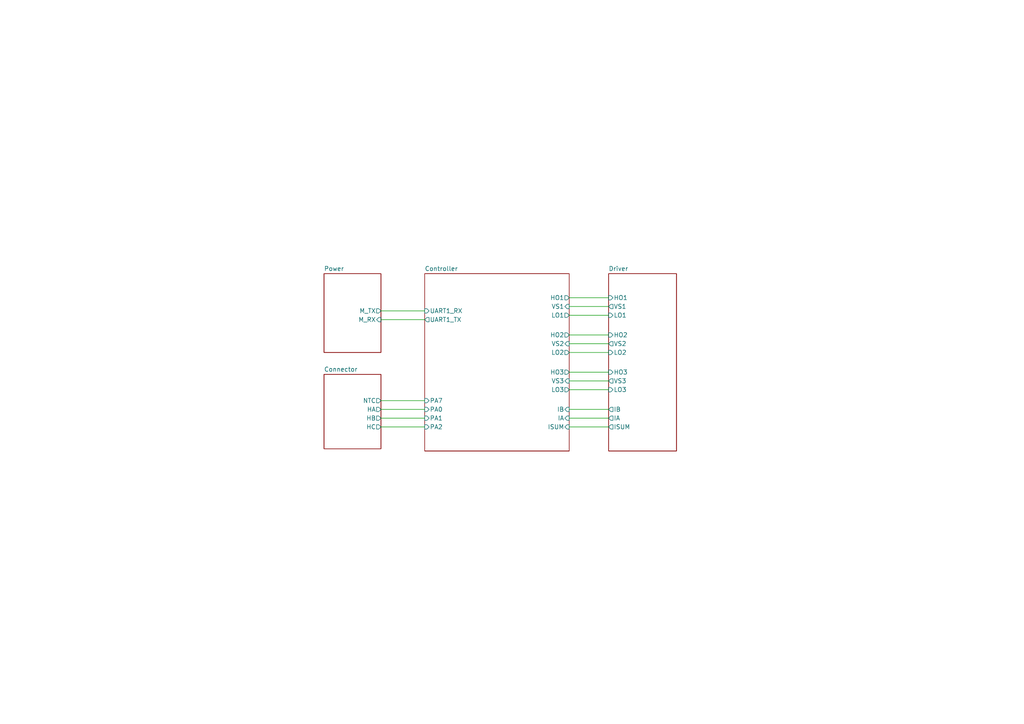
<source format=kicad_sch>
(kicad_sch (version 20211123) (generator eeschema)
  (paper "A4")
  (title_block (title "BLDC Driver 6-Step") (date "2022-03-25") (rev "1.1.1"))
  (lib_symbols)
  (wire (pts (xy 165.1 110.49) (xy 176.53 110.49)))
  (wire (pts (xy 165.1 88.9) (xy 176.53 88.9)))
  (wire (pts (xy 165.1 113.03) (xy 176.53 113.03)))
  (wire (pts (xy 165.1 118.745) (xy 176.53 118.745)))
  (wire (pts (xy 165.1 107.95) (xy 176.53 107.95)))
  (wire (pts (xy 110.49 116.205) (xy 123.19 116.205)))
  (wire (pts (xy 165.1 99.695) (xy 176.53 99.695)))
  (wire (pts (xy 165.1 102.235) (xy 176.53 102.235)))
  (wire (pts (xy 165.1 121.285) (xy 176.53 121.285)))
  (wire (pts (xy 110.49 121.285) (xy 123.19 121.285)))
  (wire (pts (xy 110.49 90.17) (xy 123.19 90.17)))
  (wire (pts (xy 165.1 86.36) (xy 176.53 86.36)))
  (wire (pts (xy 165.1 123.825) (xy 176.53 123.825)))
  (wire (pts (xy 110.49 123.825) (xy 123.19 123.825)))
  (wire (pts (xy 110.49 118.745) (xy 123.19 118.745)))
  (wire (pts (xy 165.1 97.155) (xy 176.53 97.155)))
  (wire (pts (xy 165.1 91.44) (xy 176.53 91.44)))
  (wire (pts (xy 110.49 92.71) (xy 123.19 92.71)))
  (sheet (at 123.19 79.375) (size 41.91 51.435) (stroke (width 0.1524))
    (property "Sheet name" "Controller" (at 123.19 78.6634 0) (effects (justify left bottom)))
    (property "Sheet file" "controller.kicad_sch" (effects hide))
    (pin "VS2" input (at 165.1 99.695 0))
    (pin "HO2" output (at 165.1 97.155 0))
    (pin "HO3" output (at 165.1 107.95 0))
    (pin "LO2" output (at 165.1 102.235 0))
    (pin "HO1" output (at 165.1 86.36 0))
    (pin "LO1" output (at 165.1 91.44 0))
    (pin "VS1" input (at 165.1 88.9 0))
    (pin "VS3" input (at 165.1 110.49 0))
    (pin "LO3" output (at 165.1 113.03 0))
    (pin "IB" input (at 165.1 118.745 0))
    (pin "IA" input (at 165.1 121.285 0))
    (pin "PA7" input (at 123.19 116.205 180))
    (pin "PA1" input (at 123.19 121.285 180))
    (pin "PA2" input (at 123.19 123.825 180))
    (pin "PA0" input (at 123.19 118.745 180))
    (pin "ISUM" input (at 165.1 123.825 0))
    (pin "UART1_TX" output (at 123.19 92.71 180))
    (pin "UART1_RX" input (at 123.19 90.17 180))
  )
  (sheet (at 93.98 108.585) (size 16.51 21.59) (stroke (width 0.1524))
    (property "Sheet name" "Connector" (at 93.98 107.8734 0) (effects (justify left bottom)))
    (property "Sheet file" "connector.kicad_sch" (effects hide))
    (pin "HA" output (at 110.49 118.745 0))
    (pin "HB" output (at 110.49 121.285 0))
    (pin "NTC" output (at 110.49 116.205 0))
    (pin "HC" output (at 110.49 123.825 0))
  )
  (sheet (at 176.53 79.375) (size 19.685 51.435) (stroke (width 0.1524))
    (property "Sheet name" "Driver" (at 176.53 78.6634 0) (effects (justify left bottom)))
    (property "Sheet file" "Driver.kicad_sch" (effects hide))
    (pin "HO1" input (at 176.53 86.36 180))
    (pin "LO1" input (at 176.53 91.44 180))
    (pin "VS1" output (at 176.53 88.9 180))
    (pin "VS3" output (at 176.53 110.49 180))
    (pin "ISUM" output (at 176.53 123.825 180))
    (pin "LO3" input (at 176.53 113.03 180))
    (pin "HO3" input (at 176.53 107.95 180))
    (pin "IB" output (at 176.53 118.745 180))
    (pin "VS2" output (at 176.53 99.695 180))
    (pin "HO2" input (at 176.53 97.155 180))
    (pin "LO2" input (at 176.53 102.235 180))
    (pin "IA" output (at 176.53 121.285 180))
  )
  (sheet (at 93.98 79.375) (size 16.51 22.86) (stroke (width 0.1524))
    (property "Sheet name" "Power" (at 93.98 78.6634 0) (effects (justify left bottom)))
    (property "Sheet file" "power.kicad_sch" (effects hide))
    (pin "M_TX" output (at 110.49 90.17 0))
    (pin "M_RX" input (at 110.49 92.71 0))
  )
)
</source>
